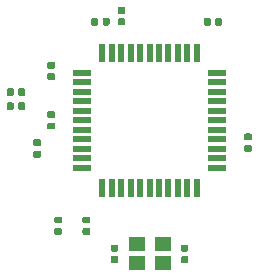
<source format=gtp>
G04 #@! TF.GenerationSoftware,KiCad,Pcbnew,(5.1.5)-3*
G04 #@! TF.CreationDate,2020-07-04T22:53:45-05:00*
G04 #@! TF.ProjectId,PikateaTPM,50696b61-7465-4615-9450-4d2e6b696361,rev?*
G04 #@! TF.SameCoordinates,Original*
G04 #@! TF.FileFunction,Paste,Top*
G04 #@! TF.FilePolarity,Positive*
%FSLAX46Y46*%
G04 Gerber Fmt 4.6, Leading zero omitted, Abs format (unit mm)*
G04 Created by KiCad (PCBNEW (5.1.5)-3) date 2020-07-04 22:53:45*
%MOMM*%
%LPD*%
G04 APERTURE LIST*
%ADD10R,1.400000X1.200000*%
%ADD11C,0.100000*%
%ADD12R,1.500000X0.550000*%
%ADD13R,0.550000X1.500000*%
G04 APERTURE END LIST*
D10*
X141593868Y-124625104D03*
X139393868Y-124625104D03*
X139393868Y-123025104D03*
X141593868Y-123025104D03*
D11*
G36*
X128859879Y-109813615D02*
G01*
X128874197Y-109815739D01*
X128888238Y-109819256D01*
X128901867Y-109824133D01*
X128914952Y-109830322D01*
X128927368Y-109837763D01*
X128938994Y-109846386D01*
X128949719Y-109856107D01*
X128959440Y-109866832D01*
X128968063Y-109878458D01*
X128975504Y-109890874D01*
X128981693Y-109903959D01*
X128986570Y-109917588D01*
X128990087Y-109931629D01*
X128992211Y-109945947D01*
X128992921Y-109960405D01*
X128992921Y-110305405D01*
X128992211Y-110319863D01*
X128990087Y-110334181D01*
X128986570Y-110348222D01*
X128981693Y-110361851D01*
X128975504Y-110374936D01*
X128968063Y-110387352D01*
X128959440Y-110398978D01*
X128949719Y-110409703D01*
X128938994Y-110419424D01*
X128927368Y-110428047D01*
X128914952Y-110435488D01*
X128901867Y-110441677D01*
X128888238Y-110446554D01*
X128874197Y-110450071D01*
X128859879Y-110452195D01*
X128845421Y-110452905D01*
X128550421Y-110452905D01*
X128535963Y-110452195D01*
X128521645Y-110450071D01*
X128507604Y-110446554D01*
X128493975Y-110441677D01*
X128480890Y-110435488D01*
X128468474Y-110428047D01*
X128456848Y-110419424D01*
X128446123Y-110409703D01*
X128436402Y-110398978D01*
X128427779Y-110387352D01*
X128420338Y-110374936D01*
X128414149Y-110361851D01*
X128409272Y-110348222D01*
X128405755Y-110334181D01*
X128403631Y-110319863D01*
X128402921Y-110305405D01*
X128402921Y-109960405D01*
X128403631Y-109945947D01*
X128405755Y-109931629D01*
X128409272Y-109917588D01*
X128414149Y-109903959D01*
X128420338Y-109890874D01*
X128427779Y-109878458D01*
X128436402Y-109866832D01*
X128446123Y-109856107D01*
X128456848Y-109846386D01*
X128468474Y-109837763D01*
X128480890Y-109830322D01*
X128493975Y-109824133D01*
X128507604Y-109819256D01*
X128521645Y-109815739D01*
X128535963Y-109813615D01*
X128550421Y-109812905D01*
X128845421Y-109812905D01*
X128859879Y-109813615D01*
G37*
G36*
X129829879Y-109813615D02*
G01*
X129844197Y-109815739D01*
X129858238Y-109819256D01*
X129871867Y-109824133D01*
X129884952Y-109830322D01*
X129897368Y-109837763D01*
X129908994Y-109846386D01*
X129919719Y-109856107D01*
X129929440Y-109866832D01*
X129938063Y-109878458D01*
X129945504Y-109890874D01*
X129951693Y-109903959D01*
X129956570Y-109917588D01*
X129960087Y-109931629D01*
X129962211Y-109945947D01*
X129962921Y-109960405D01*
X129962921Y-110305405D01*
X129962211Y-110319863D01*
X129960087Y-110334181D01*
X129956570Y-110348222D01*
X129951693Y-110361851D01*
X129945504Y-110374936D01*
X129938063Y-110387352D01*
X129929440Y-110398978D01*
X129919719Y-110409703D01*
X129908994Y-110419424D01*
X129897368Y-110428047D01*
X129884952Y-110435488D01*
X129871867Y-110441677D01*
X129858238Y-110446554D01*
X129844197Y-110450071D01*
X129829879Y-110452195D01*
X129815421Y-110452905D01*
X129520421Y-110452905D01*
X129505963Y-110452195D01*
X129491645Y-110450071D01*
X129477604Y-110446554D01*
X129463975Y-110441677D01*
X129450890Y-110435488D01*
X129438474Y-110428047D01*
X129426848Y-110419424D01*
X129416123Y-110409703D01*
X129406402Y-110398978D01*
X129397779Y-110387352D01*
X129390338Y-110374936D01*
X129384149Y-110361851D01*
X129379272Y-110348222D01*
X129375755Y-110334181D01*
X129373631Y-110319863D01*
X129372921Y-110305405D01*
X129372921Y-109960405D01*
X129373631Y-109945947D01*
X129375755Y-109931629D01*
X129379272Y-109917588D01*
X129384149Y-109903959D01*
X129390338Y-109890874D01*
X129397779Y-109878458D01*
X129406402Y-109866832D01*
X129416123Y-109856107D01*
X129426848Y-109846386D01*
X129438474Y-109837763D01*
X129450890Y-109830322D01*
X129463975Y-109824133D01*
X129477604Y-109819256D01*
X129491645Y-109815739D01*
X129505963Y-109813615D01*
X129520421Y-109812905D01*
X129815421Y-109812905D01*
X129829879Y-109813615D01*
G37*
G36*
X128859879Y-111004241D02*
G01*
X128874197Y-111006365D01*
X128888238Y-111009882D01*
X128901867Y-111014759D01*
X128914952Y-111020948D01*
X128927368Y-111028389D01*
X128938994Y-111037012D01*
X128949719Y-111046733D01*
X128959440Y-111057458D01*
X128968063Y-111069084D01*
X128975504Y-111081500D01*
X128981693Y-111094585D01*
X128986570Y-111108214D01*
X128990087Y-111122255D01*
X128992211Y-111136573D01*
X128992921Y-111151031D01*
X128992921Y-111496031D01*
X128992211Y-111510489D01*
X128990087Y-111524807D01*
X128986570Y-111538848D01*
X128981693Y-111552477D01*
X128975504Y-111565562D01*
X128968063Y-111577978D01*
X128959440Y-111589604D01*
X128949719Y-111600329D01*
X128938994Y-111610050D01*
X128927368Y-111618673D01*
X128914952Y-111626114D01*
X128901867Y-111632303D01*
X128888238Y-111637180D01*
X128874197Y-111640697D01*
X128859879Y-111642821D01*
X128845421Y-111643531D01*
X128550421Y-111643531D01*
X128535963Y-111642821D01*
X128521645Y-111640697D01*
X128507604Y-111637180D01*
X128493975Y-111632303D01*
X128480890Y-111626114D01*
X128468474Y-111618673D01*
X128456848Y-111610050D01*
X128446123Y-111600329D01*
X128436402Y-111589604D01*
X128427779Y-111577978D01*
X128420338Y-111565562D01*
X128414149Y-111552477D01*
X128409272Y-111538848D01*
X128405755Y-111524807D01*
X128403631Y-111510489D01*
X128402921Y-111496031D01*
X128402921Y-111151031D01*
X128403631Y-111136573D01*
X128405755Y-111122255D01*
X128409272Y-111108214D01*
X128414149Y-111094585D01*
X128420338Y-111081500D01*
X128427779Y-111069084D01*
X128436402Y-111057458D01*
X128446123Y-111046733D01*
X128456848Y-111037012D01*
X128468474Y-111028389D01*
X128480890Y-111020948D01*
X128493975Y-111014759D01*
X128507604Y-111009882D01*
X128521645Y-111006365D01*
X128535963Y-111004241D01*
X128550421Y-111003531D01*
X128845421Y-111003531D01*
X128859879Y-111004241D01*
G37*
G36*
X129829879Y-111004241D02*
G01*
X129844197Y-111006365D01*
X129858238Y-111009882D01*
X129871867Y-111014759D01*
X129884952Y-111020948D01*
X129897368Y-111028389D01*
X129908994Y-111037012D01*
X129919719Y-111046733D01*
X129929440Y-111057458D01*
X129938063Y-111069084D01*
X129945504Y-111081500D01*
X129951693Y-111094585D01*
X129956570Y-111108214D01*
X129960087Y-111122255D01*
X129962211Y-111136573D01*
X129962921Y-111151031D01*
X129962921Y-111496031D01*
X129962211Y-111510489D01*
X129960087Y-111524807D01*
X129956570Y-111538848D01*
X129951693Y-111552477D01*
X129945504Y-111565562D01*
X129938063Y-111577978D01*
X129929440Y-111589604D01*
X129919719Y-111600329D01*
X129908994Y-111610050D01*
X129897368Y-111618673D01*
X129884952Y-111626114D01*
X129871867Y-111632303D01*
X129858238Y-111637180D01*
X129844197Y-111640697D01*
X129829879Y-111642821D01*
X129815421Y-111643531D01*
X129520421Y-111643531D01*
X129505963Y-111642821D01*
X129491645Y-111640697D01*
X129477604Y-111637180D01*
X129463975Y-111632303D01*
X129450890Y-111626114D01*
X129438474Y-111618673D01*
X129426848Y-111610050D01*
X129416123Y-111600329D01*
X129406402Y-111589604D01*
X129397779Y-111577978D01*
X129390338Y-111565562D01*
X129384149Y-111552477D01*
X129379272Y-111538848D01*
X129375755Y-111524807D01*
X129373631Y-111510489D01*
X129372921Y-111496031D01*
X129372921Y-111151031D01*
X129373631Y-111136573D01*
X129375755Y-111122255D01*
X129379272Y-111108214D01*
X129384149Y-111094585D01*
X129390338Y-111081500D01*
X129397779Y-111069084D01*
X129406402Y-111057458D01*
X129416123Y-111046733D01*
X129426848Y-111037012D01*
X129438474Y-111028389D01*
X129450890Y-111020948D01*
X129463975Y-111014759D01*
X129477604Y-111009882D01*
X129491645Y-111006365D01*
X129505963Y-111004241D01*
X129520421Y-111003531D01*
X129815421Y-111003531D01*
X129829879Y-111004241D01*
G37*
G36*
X132941757Y-121634562D02*
G01*
X132956075Y-121636686D01*
X132970116Y-121640203D01*
X132983745Y-121645080D01*
X132996830Y-121651269D01*
X133009246Y-121658710D01*
X133020872Y-121667333D01*
X133031597Y-121677054D01*
X133041318Y-121687779D01*
X133049941Y-121699405D01*
X133057382Y-121711821D01*
X133063571Y-121724906D01*
X133068448Y-121738535D01*
X133071965Y-121752576D01*
X133074089Y-121766894D01*
X133074799Y-121781352D01*
X133074799Y-122076352D01*
X133074089Y-122090810D01*
X133071965Y-122105128D01*
X133068448Y-122119169D01*
X133063571Y-122132798D01*
X133057382Y-122145883D01*
X133049941Y-122158299D01*
X133041318Y-122169925D01*
X133031597Y-122180650D01*
X133020872Y-122190371D01*
X133009246Y-122198994D01*
X132996830Y-122206435D01*
X132983745Y-122212624D01*
X132970116Y-122217501D01*
X132956075Y-122221018D01*
X132941757Y-122223142D01*
X132927299Y-122223852D01*
X132582299Y-122223852D01*
X132567841Y-122223142D01*
X132553523Y-122221018D01*
X132539482Y-122217501D01*
X132525853Y-122212624D01*
X132512768Y-122206435D01*
X132500352Y-122198994D01*
X132488726Y-122190371D01*
X132478001Y-122180650D01*
X132468280Y-122169925D01*
X132459657Y-122158299D01*
X132452216Y-122145883D01*
X132446027Y-122132798D01*
X132441150Y-122119169D01*
X132437633Y-122105128D01*
X132435509Y-122090810D01*
X132434799Y-122076352D01*
X132434799Y-121781352D01*
X132435509Y-121766894D01*
X132437633Y-121752576D01*
X132441150Y-121738535D01*
X132446027Y-121724906D01*
X132452216Y-121711821D01*
X132459657Y-121699405D01*
X132468280Y-121687779D01*
X132478001Y-121677054D01*
X132488726Y-121667333D01*
X132500352Y-121658710D01*
X132512768Y-121651269D01*
X132525853Y-121645080D01*
X132539482Y-121640203D01*
X132553523Y-121636686D01*
X132567841Y-121634562D01*
X132582299Y-121633852D01*
X132927299Y-121633852D01*
X132941757Y-121634562D01*
G37*
G36*
X132941757Y-120664562D02*
G01*
X132956075Y-120666686D01*
X132970116Y-120670203D01*
X132983745Y-120675080D01*
X132996830Y-120681269D01*
X133009246Y-120688710D01*
X133020872Y-120697333D01*
X133031597Y-120707054D01*
X133041318Y-120717779D01*
X133049941Y-120729405D01*
X133057382Y-120741821D01*
X133063571Y-120754906D01*
X133068448Y-120768535D01*
X133071965Y-120782576D01*
X133074089Y-120796894D01*
X133074799Y-120811352D01*
X133074799Y-121106352D01*
X133074089Y-121120810D01*
X133071965Y-121135128D01*
X133068448Y-121149169D01*
X133063571Y-121162798D01*
X133057382Y-121175883D01*
X133049941Y-121188299D01*
X133041318Y-121199925D01*
X133031597Y-121210650D01*
X133020872Y-121220371D01*
X133009246Y-121228994D01*
X132996830Y-121236435D01*
X132983745Y-121242624D01*
X132970116Y-121247501D01*
X132956075Y-121251018D01*
X132941757Y-121253142D01*
X132927299Y-121253852D01*
X132582299Y-121253852D01*
X132567841Y-121253142D01*
X132553523Y-121251018D01*
X132539482Y-121247501D01*
X132525853Y-121242624D01*
X132512768Y-121236435D01*
X132500352Y-121228994D01*
X132488726Y-121220371D01*
X132478001Y-121210650D01*
X132468280Y-121199925D01*
X132459657Y-121188299D01*
X132452216Y-121175883D01*
X132446027Y-121162798D01*
X132441150Y-121149169D01*
X132437633Y-121135128D01*
X132435509Y-121120810D01*
X132434799Y-121106352D01*
X132434799Y-120811352D01*
X132435509Y-120796894D01*
X132437633Y-120782576D01*
X132441150Y-120768535D01*
X132446027Y-120754906D01*
X132452216Y-120741821D01*
X132459657Y-120729405D01*
X132468280Y-120717779D01*
X132478001Y-120707054D01*
X132488726Y-120697333D01*
X132500352Y-120688710D01*
X132512768Y-120681269D01*
X132525853Y-120675080D01*
X132539482Y-120670203D01*
X132553523Y-120666686D01*
X132567841Y-120664562D01*
X132582299Y-120663852D01*
X132927299Y-120663852D01*
X132941757Y-120664562D01*
G37*
G36*
X138299574Y-102915485D02*
G01*
X138313892Y-102917609D01*
X138327933Y-102921126D01*
X138341562Y-102926003D01*
X138354647Y-102932192D01*
X138367063Y-102939633D01*
X138378689Y-102948256D01*
X138389414Y-102957977D01*
X138399135Y-102968702D01*
X138407758Y-102980328D01*
X138415199Y-102992744D01*
X138421388Y-103005829D01*
X138426265Y-103019458D01*
X138429782Y-103033499D01*
X138431906Y-103047817D01*
X138432616Y-103062275D01*
X138432616Y-103357275D01*
X138431906Y-103371733D01*
X138429782Y-103386051D01*
X138426265Y-103400092D01*
X138421388Y-103413721D01*
X138415199Y-103426806D01*
X138407758Y-103439222D01*
X138399135Y-103450848D01*
X138389414Y-103461573D01*
X138378689Y-103471294D01*
X138367063Y-103479917D01*
X138354647Y-103487358D01*
X138341562Y-103493547D01*
X138327933Y-103498424D01*
X138313892Y-103501941D01*
X138299574Y-103504065D01*
X138285116Y-103504775D01*
X137940116Y-103504775D01*
X137925658Y-103504065D01*
X137911340Y-103501941D01*
X137897299Y-103498424D01*
X137883670Y-103493547D01*
X137870585Y-103487358D01*
X137858169Y-103479917D01*
X137846543Y-103471294D01*
X137835818Y-103461573D01*
X137826097Y-103450848D01*
X137817474Y-103439222D01*
X137810033Y-103426806D01*
X137803844Y-103413721D01*
X137798967Y-103400092D01*
X137795450Y-103386051D01*
X137793326Y-103371733D01*
X137792616Y-103357275D01*
X137792616Y-103062275D01*
X137793326Y-103047817D01*
X137795450Y-103033499D01*
X137798967Y-103019458D01*
X137803844Y-103005829D01*
X137810033Y-102992744D01*
X137817474Y-102980328D01*
X137826097Y-102968702D01*
X137835818Y-102957977D01*
X137846543Y-102948256D01*
X137858169Y-102939633D01*
X137870585Y-102932192D01*
X137883670Y-102926003D01*
X137897299Y-102921126D01*
X137911340Y-102917609D01*
X137925658Y-102915485D01*
X137940116Y-102914775D01*
X138285116Y-102914775D01*
X138299574Y-102915485D01*
G37*
G36*
X138299574Y-103885485D02*
G01*
X138313892Y-103887609D01*
X138327933Y-103891126D01*
X138341562Y-103896003D01*
X138354647Y-103902192D01*
X138367063Y-103909633D01*
X138378689Y-103918256D01*
X138389414Y-103927977D01*
X138399135Y-103938702D01*
X138407758Y-103950328D01*
X138415199Y-103962744D01*
X138421388Y-103975829D01*
X138426265Y-103989458D01*
X138429782Y-104003499D01*
X138431906Y-104017817D01*
X138432616Y-104032275D01*
X138432616Y-104327275D01*
X138431906Y-104341733D01*
X138429782Y-104356051D01*
X138426265Y-104370092D01*
X138421388Y-104383721D01*
X138415199Y-104396806D01*
X138407758Y-104409222D01*
X138399135Y-104420848D01*
X138389414Y-104431573D01*
X138378689Y-104441294D01*
X138367063Y-104449917D01*
X138354647Y-104457358D01*
X138341562Y-104463547D01*
X138327933Y-104468424D01*
X138313892Y-104471941D01*
X138299574Y-104474065D01*
X138285116Y-104474775D01*
X137940116Y-104474775D01*
X137925658Y-104474065D01*
X137911340Y-104471941D01*
X137897299Y-104468424D01*
X137883670Y-104463547D01*
X137870585Y-104457358D01*
X137858169Y-104449917D01*
X137846543Y-104441294D01*
X137835818Y-104431573D01*
X137826097Y-104420848D01*
X137817474Y-104409222D01*
X137810033Y-104396806D01*
X137803844Y-104383721D01*
X137798967Y-104370092D01*
X137795450Y-104356051D01*
X137793326Y-104341733D01*
X137792616Y-104327275D01*
X137792616Y-104032275D01*
X137793326Y-104017817D01*
X137795450Y-104003499D01*
X137798967Y-103989458D01*
X137803844Y-103975829D01*
X137810033Y-103962744D01*
X137817474Y-103950328D01*
X137826097Y-103938702D01*
X137835818Y-103927977D01*
X137846543Y-103918256D01*
X137858169Y-103909633D01*
X137870585Y-103902192D01*
X137883670Y-103896003D01*
X137897299Y-103891126D01*
X137911340Y-103887609D01*
X137925658Y-103885485D01*
X137940116Y-103884775D01*
X138285116Y-103884775D01*
X138299574Y-103885485D01*
G37*
G36*
X132346444Y-111734867D02*
G01*
X132360762Y-111736991D01*
X132374803Y-111740508D01*
X132388432Y-111745385D01*
X132401517Y-111751574D01*
X132413933Y-111759015D01*
X132425559Y-111767638D01*
X132436284Y-111777359D01*
X132446005Y-111788084D01*
X132454628Y-111799710D01*
X132462069Y-111812126D01*
X132468258Y-111825211D01*
X132473135Y-111838840D01*
X132476652Y-111852881D01*
X132478776Y-111867199D01*
X132479486Y-111881657D01*
X132479486Y-112176657D01*
X132478776Y-112191115D01*
X132476652Y-112205433D01*
X132473135Y-112219474D01*
X132468258Y-112233103D01*
X132462069Y-112246188D01*
X132454628Y-112258604D01*
X132446005Y-112270230D01*
X132436284Y-112280955D01*
X132425559Y-112290676D01*
X132413933Y-112299299D01*
X132401517Y-112306740D01*
X132388432Y-112312929D01*
X132374803Y-112317806D01*
X132360762Y-112321323D01*
X132346444Y-112323447D01*
X132331986Y-112324157D01*
X131986986Y-112324157D01*
X131972528Y-112323447D01*
X131958210Y-112321323D01*
X131944169Y-112317806D01*
X131930540Y-112312929D01*
X131917455Y-112306740D01*
X131905039Y-112299299D01*
X131893413Y-112290676D01*
X131882688Y-112280955D01*
X131872967Y-112270230D01*
X131864344Y-112258604D01*
X131856903Y-112246188D01*
X131850714Y-112233103D01*
X131845837Y-112219474D01*
X131842320Y-112205433D01*
X131840196Y-112191115D01*
X131839486Y-112176657D01*
X131839486Y-111881657D01*
X131840196Y-111867199D01*
X131842320Y-111852881D01*
X131845837Y-111838840D01*
X131850714Y-111825211D01*
X131856903Y-111812126D01*
X131864344Y-111799710D01*
X131872967Y-111788084D01*
X131882688Y-111777359D01*
X131893413Y-111767638D01*
X131905039Y-111759015D01*
X131917455Y-111751574D01*
X131930540Y-111745385D01*
X131944169Y-111740508D01*
X131958210Y-111736991D01*
X131972528Y-111734867D01*
X131986986Y-111734157D01*
X132331986Y-111734157D01*
X132346444Y-111734867D01*
G37*
G36*
X132346444Y-112704867D02*
G01*
X132360762Y-112706991D01*
X132374803Y-112710508D01*
X132388432Y-112715385D01*
X132401517Y-112721574D01*
X132413933Y-112729015D01*
X132425559Y-112737638D01*
X132436284Y-112747359D01*
X132446005Y-112758084D01*
X132454628Y-112769710D01*
X132462069Y-112782126D01*
X132468258Y-112795211D01*
X132473135Y-112808840D01*
X132476652Y-112822881D01*
X132478776Y-112837199D01*
X132479486Y-112851657D01*
X132479486Y-113146657D01*
X132478776Y-113161115D01*
X132476652Y-113175433D01*
X132473135Y-113189474D01*
X132468258Y-113203103D01*
X132462069Y-113216188D01*
X132454628Y-113228604D01*
X132446005Y-113240230D01*
X132436284Y-113250955D01*
X132425559Y-113260676D01*
X132413933Y-113269299D01*
X132401517Y-113276740D01*
X132388432Y-113282929D01*
X132374803Y-113287806D01*
X132360762Y-113291323D01*
X132346444Y-113293447D01*
X132331986Y-113294157D01*
X131986986Y-113294157D01*
X131972528Y-113293447D01*
X131958210Y-113291323D01*
X131944169Y-113287806D01*
X131930540Y-113282929D01*
X131917455Y-113276740D01*
X131905039Y-113269299D01*
X131893413Y-113260676D01*
X131882688Y-113250955D01*
X131872967Y-113240230D01*
X131864344Y-113228604D01*
X131856903Y-113216188D01*
X131850714Y-113203103D01*
X131845837Y-113189474D01*
X131842320Y-113175433D01*
X131840196Y-113161115D01*
X131839486Y-113146657D01*
X131839486Y-112851657D01*
X131840196Y-112837199D01*
X131842320Y-112822881D01*
X131845837Y-112808840D01*
X131850714Y-112795211D01*
X131856903Y-112782126D01*
X131864344Y-112769710D01*
X131872967Y-112758084D01*
X131882688Y-112747359D01*
X131893413Y-112737638D01*
X131905039Y-112729015D01*
X131917455Y-112721574D01*
X131930540Y-112715385D01*
X131944169Y-112710508D01*
X131958210Y-112706991D01*
X131972528Y-112704867D01*
X131986986Y-112704157D01*
X132331986Y-112704157D01*
X132346444Y-112704867D01*
G37*
G36*
X137704261Y-123045814D02*
G01*
X137718579Y-123047938D01*
X137732620Y-123051455D01*
X137746249Y-123056332D01*
X137759334Y-123062521D01*
X137771750Y-123069962D01*
X137783376Y-123078585D01*
X137794101Y-123088306D01*
X137803822Y-123099031D01*
X137812445Y-123110657D01*
X137819886Y-123123073D01*
X137826075Y-123136158D01*
X137830952Y-123149787D01*
X137834469Y-123163828D01*
X137836593Y-123178146D01*
X137837303Y-123192604D01*
X137837303Y-123487604D01*
X137836593Y-123502062D01*
X137834469Y-123516380D01*
X137830952Y-123530421D01*
X137826075Y-123544050D01*
X137819886Y-123557135D01*
X137812445Y-123569551D01*
X137803822Y-123581177D01*
X137794101Y-123591902D01*
X137783376Y-123601623D01*
X137771750Y-123610246D01*
X137759334Y-123617687D01*
X137746249Y-123623876D01*
X137732620Y-123628753D01*
X137718579Y-123632270D01*
X137704261Y-123634394D01*
X137689803Y-123635104D01*
X137344803Y-123635104D01*
X137330345Y-123634394D01*
X137316027Y-123632270D01*
X137301986Y-123628753D01*
X137288357Y-123623876D01*
X137275272Y-123617687D01*
X137262856Y-123610246D01*
X137251230Y-123601623D01*
X137240505Y-123591902D01*
X137230784Y-123581177D01*
X137222161Y-123569551D01*
X137214720Y-123557135D01*
X137208531Y-123544050D01*
X137203654Y-123530421D01*
X137200137Y-123516380D01*
X137198013Y-123502062D01*
X137197303Y-123487604D01*
X137197303Y-123192604D01*
X137198013Y-123178146D01*
X137200137Y-123163828D01*
X137203654Y-123149787D01*
X137208531Y-123136158D01*
X137214720Y-123123073D01*
X137222161Y-123110657D01*
X137230784Y-123099031D01*
X137240505Y-123088306D01*
X137251230Y-123078585D01*
X137262856Y-123069962D01*
X137275272Y-123062521D01*
X137288357Y-123056332D01*
X137301986Y-123051455D01*
X137316027Y-123047938D01*
X137330345Y-123045814D01*
X137344803Y-123045104D01*
X137689803Y-123045104D01*
X137704261Y-123045814D01*
G37*
G36*
X137704261Y-124015814D02*
G01*
X137718579Y-124017938D01*
X137732620Y-124021455D01*
X137746249Y-124026332D01*
X137759334Y-124032521D01*
X137771750Y-124039962D01*
X137783376Y-124048585D01*
X137794101Y-124058306D01*
X137803822Y-124069031D01*
X137812445Y-124080657D01*
X137819886Y-124093073D01*
X137826075Y-124106158D01*
X137830952Y-124119787D01*
X137834469Y-124133828D01*
X137836593Y-124148146D01*
X137837303Y-124162604D01*
X137837303Y-124457604D01*
X137836593Y-124472062D01*
X137834469Y-124486380D01*
X137830952Y-124500421D01*
X137826075Y-124514050D01*
X137819886Y-124527135D01*
X137812445Y-124539551D01*
X137803822Y-124551177D01*
X137794101Y-124561902D01*
X137783376Y-124571623D01*
X137771750Y-124580246D01*
X137759334Y-124587687D01*
X137746249Y-124593876D01*
X137732620Y-124598753D01*
X137718579Y-124602270D01*
X137704261Y-124604394D01*
X137689803Y-124605104D01*
X137344803Y-124605104D01*
X137330345Y-124604394D01*
X137316027Y-124602270D01*
X137301986Y-124598753D01*
X137288357Y-124593876D01*
X137275272Y-124587687D01*
X137262856Y-124580246D01*
X137251230Y-124571623D01*
X137240505Y-124561902D01*
X137230784Y-124551177D01*
X137222161Y-124539551D01*
X137214720Y-124527135D01*
X137208531Y-124514050D01*
X137203654Y-124500421D01*
X137200137Y-124486380D01*
X137198013Y-124472062D01*
X137197303Y-124457604D01*
X137197303Y-124162604D01*
X137198013Y-124148146D01*
X137200137Y-124133828D01*
X137203654Y-124119787D01*
X137208531Y-124106158D01*
X137214720Y-124093073D01*
X137222161Y-124080657D01*
X137230784Y-124069031D01*
X137240505Y-124058306D01*
X137251230Y-124048585D01*
X137262856Y-124039962D01*
X137275272Y-124032521D01*
X137288357Y-124026332D01*
X137301986Y-124021455D01*
X137316027Y-124017938D01*
X137330345Y-124015814D01*
X137344803Y-124015104D01*
X137689803Y-124015104D01*
X137704261Y-124015814D01*
G37*
G36*
X143657391Y-124015814D02*
G01*
X143671709Y-124017938D01*
X143685750Y-124021455D01*
X143699379Y-124026332D01*
X143712464Y-124032521D01*
X143724880Y-124039962D01*
X143736506Y-124048585D01*
X143747231Y-124058306D01*
X143756952Y-124069031D01*
X143765575Y-124080657D01*
X143773016Y-124093073D01*
X143779205Y-124106158D01*
X143784082Y-124119787D01*
X143787599Y-124133828D01*
X143789723Y-124148146D01*
X143790433Y-124162604D01*
X143790433Y-124457604D01*
X143789723Y-124472062D01*
X143787599Y-124486380D01*
X143784082Y-124500421D01*
X143779205Y-124514050D01*
X143773016Y-124527135D01*
X143765575Y-124539551D01*
X143756952Y-124551177D01*
X143747231Y-124561902D01*
X143736506Y-124571623D01*
X143724880Y-124580246D01*
X143712464Y-124587687D01*
X143699379Y-124593876D01*
X143685750Y-124598753D01*
X143671709Y-124602270D01*
X143657391Y-124604394D01*
X143642933Y-124605104D01*
X143297933Y-124605104D01*
X143283475Y-124604394D01*
X143269157Y-124602270D01*
X143255116Y-124598753D01*
X143241487Y-124593876D01*
X143228402Y-124587687D01*
X143215986Y-124580246D01*
X143204360Y-124571623D01*
X143193635Y-124561902D01*
X143183914Y-124551177D01*
X143175291Y-124539551D01*
X143167850Y-124527135D01*
X143161661Y-124514050D01*
X143156784Y-124500421D01*
X143153267Y-124486380D01*
X143151143Y-124472062D01*
X143150433Y-124457604D01*
X143150433Y-124162604D01*
X143151143Y-124148146D01*
X143153267Y-124133828D01*
X143156784Y-124119787D01*
X143161661Y-124106158D01*
X143167850Y-124093073D01*
X143175291Y-124080657D01*
X143183914Y-124069031D01*
X143193635Y-124058306D01*
X143204360Y-124048585D01*
X143215986Y-124039962D01*
X143228402Y-124032521D01*
X143241487Y-124026332D01*
X143255116Y-124021455D01*
X143269157Y-124017938D01*
X143283475Y-124015814D01*
X143297933Y-124015104D01*
X143642933Y-124015104D01*
X143657391Y-124015814D01*
G37*
G36*
X143657391Y-123045814D02*
G01*
X143671709Y-123047938D01*
X143685750Y-123051455D01*
X143699379Y-123056332D01*
X143712464Y-123062521D01*
X143724880Y-123069962D01*
X143736506Y-123078585D01*
X143747231Y-123088306D01*
X143756952Y-123099031D01*
X143765575Y-123110657D01*
X143773016Y-123123073D01*
X143779205Y-123136158D01*
X143784082Y-123149787D01*
X143787599Y-123163828D01*
X143789723Y-123178146D01*
X143790433Y-123192604D01*
X143790433Y-123487604D01*
X143789723Y-123502062D01*
X143787599Y-123516380D01*
X143784082Y-123530421D01*
X143779205Y-123544050D01*
X143773016Y-123557135D01*
X143765575Y-123569551D01*
X143756952Y-123581177D01*
X143747231Y-123591902D01*
X143736506Y-123601623D01*
X143724880Y-123610246D01*
X143712464Y-123617687D01*
X143699379Y-123623876D01*
X143685750Y-123628753D01*
X143671709Y-123632270D01*
X143657391Y-123634394D01*
X143642933Y-123635104D01*
X143297933Y-123635104D01*
X143283475Y-123634394D01*
X143269157Y-123632270D01*
X143255116Y-123628753D01*
X143241487Y-123623876D01*
X143228402Y-123617687D01*
X143215986Y-123610246D01*
X143204360Y-123601623D01*
X143193635Y-123591902D01*
X143183914Y-123581177D01*
X143175291Y-123569551D01*
X143167850Y-123557135D01*
X143161661Y-123544050D01*
X143156784Y-123530421D01*
X143153267Y-123516380D01*
X143151143Y-123502062D01*
X143150433Y-123487604D01*
X143150433Y-123192604D01*
X143151143Y-123178146D01*
X143153267Y-123163828D01*
X143156784Y-123149787D01*
X143161661Y-123136158D01*
X143167850Y-123123073D01*
X143175291Y-123110657D01*
X143183914Y-123099031D01*
X143193635Y-123088306D01*
X143204360Y-123078585D01*
X143215986Y-123069962D01*
X143228402Y-123062521D01*
X143241487Y-123056332D01*
X143255116Y-123051455D01*
X143269157Y-123047938D01*
X143283475Y-123045814D01*
X143297933Y-123045104D01*
X143642933Y-123045104D01*
X143657391Y-123045814D01*
G37*
G36*
X131155818Y-115086119D02*
G01*
X131170136Y-115088243D01*
X131184177Y-115091760D01*
X131197806Y-115096637D01*
X131210891Y-115102826D01*
X131223307Y-115110267D01*
X131234933Y-115118890D01*
X131245658Y-115128611D01*
X131255379Y-115139336D01*
X131264002Y-115150962D01*
X131271443Y-115163378D01*
X131277632Y-115176463D01*
X131282509Y-115190092D01*
X131286026Y-115204133D01*
X131288150Y-115218451D01*
X131288860Y-115232909D01*
X131288860Y-115527909D01*
X131288150Y-115542367D01*
X131286026Y-115556685D01*
X131282509Y-115570726D01*
X131277632Y-115584355D01*
X131271443Y-115597440D01*
X131264002Y-115609856D01*
X131255379Y-115621482D01*
X131245658Y-115632207D01*
X131234933Y-115641928D01*
X131223307Y-115650551D01*
X131210891Y-115657992D01*
X131197806Y-115664181D01*
X131184177Y-115669058D01*
X131170136Y-115672575D01*
X131155818Y-115674699D01*
X131141360Y-115675409D01*
X130796360Y-115675409D01*
X130781902Y-115674699D01*
X130767584Y-115672575D01*
X130753543Y-115669058D01*
X130739914Y-115664181D01*
X130726829Y-115657992D01*
X130714413Y-115650551D01*
X130702787Y-115641928D01*
X130692062Y-115632207D01*
X130682341Y-115621482D01*
X130673718Y-115609856D01*
X130666277Y-115597440D01*
X130660088Y-115584355D01*
X130655211Y-115570726D01*
X130651694Y-115556685D01*
X130649570Y-115542367D01*
X130648860Y-115527909D01*
X130648860Y-115232909D01*
X130649570Y-115218451D01*
X130651694Y-115204133D01*
X130655211Y-115190092D01*
X130660088Y-115176463D01*
X130666277Y-115163378D01*
X130673718Y-115150962D01*
X130682341Y-115139336D01*
X130692062Y-115128611D01*
X130702787Y-115118890D01*
X130714413Y-115110267D01*
X130726829Y-115102826D01*
X130739914Y-115096637D01*
X130753543Y-115091760D01*
X130767584Y-115088243D01*
X130781902Y-115086119D01*
X130796360Y-115085409D01*
X131141360Y-115085409D01*
X131155818Y-115086119D01*
G37*
G36*
X131155818Y-114116119D02*
G01*
X131170136Y-114118243D01*
X131184177Y-114121760D01*
X131197806Y-114126637D01*
X131210891Y-114132826D01*
X131223307Y-114140267D01*
X131234933Y-114148890D01*
X131245658Y-114158611D01*
X131255379Y-114169336D01*
X131264002Y-114180962D01*
X131271443Y-114193378D01*
X131277632Y-114206463D01*
X131282509Y-114220092D01*
X131286026Y-114234133D01*
X131288150Y-114248451D01*
X131288860Y-114262909D01*
X131288860Y-114557909D01*
X131288150Y-114572367D01*
X131286026Y-114586685D01*
X131282509Y-114600726D01*
X131277632Y-114614355D01*
X131271443Y-114627440D01*
X131264002Y-114639856D01*
X131255379Y-114651482D01*
X131245658Y-114662207D01*
X131234933Y-114671928D01*
X131223307Y-114680551D01*
X131210891Y-114687992D01*
X131197806Y-114694181D01*
X131184177Y-114699058D01*
X131170136Y-114702575D01*
X131155818Y-114704699D01*
X131141360Y-114705409D01*
X130796360Y-114705409D01*
X130781902Y-114704699D01*
X130767584Y-114702575D01*
X130753543Y-114699058D01*
X130739914Y-114694181D01*
X130726829Y-114687992D01*
X130714413Y-114680551D01*
X130702787Y-114671928D01*
X130692062Y-114662207D01*
X130682341Y-114651482D01*
X130673718Y-114639856D01*
X130666277Y-114627440D01*
X130660088Y-114614355D01*
X130655211Y-114600726D01*
X130651694Y-114586685D01*
X130649570Y-114572367D01*
X130648860Y-114557909D01*
X130648860Y-114262909D01*
X130649570Y-114248451D01*
X130651694Y-114234133D01*
X130655211Y-114220092D01*
X130660088Y-114206463D01*
X130666277Y-114193378D01*
X130673718Y-114180962D01*
X130682341Y-114169336D01*
X130692062Y-114158611D01*
X130702787Y-114148890D01*
X130714413Y-114140267D01*
X130726829Y-114132826D01*
X130739914Y-114126637D01*
X130753543Y-114121760D01*
X130767584Y-114118243D01*
X130781902Y-114116119D01*
X130796360Y-114115409D01*
X131141360Y-114115409D01*
X131155818Y-114116119D01*
G37*
G36*
X132346444Y-107567676D02*
G01*
X132360762Y-107569800D01*
X132374803Y-107573317D01*
X132388432Y-107578194D01*
X132401517Y-107584383D01*
X132413933Y-107591824D01*
X132425559Y-107600447D01*
X132436284Y-107610168D01*
X132446005Y-107620893D01*
X132454628Y-107632519D01*
X132462069Y-107644935D01*
X132468258Y-107658020D01*
X132473135Y-107671649D01*
X132476652Y-107685690D01*
X132478776Y-107700008D01*
X132479486Y-107714466D01*
X132479486Y-108009466D01*
X132478776Y-108023924D01*
X132476652Y-108038242D01*
X132473135Y-108052283D01*
X132468258Y-108065912D01*
X132462069Y-108078997D01*
X132454628Y-108091413D01*
X132446005Y-108103039D01*
X132436284Y-108113764D01*
X132425559Y-108123485D01*
X132413933Y-108132108D01*
X132401517Y-108139549D01*
X132388432Y-108145738D01*
X132374803Y-108150615D01*
X132360762Y-108154132D01*
X132346444Y-108156256D01*
X132331986Y-108156966D01*
X131986986Y-108156966D01*
X131972528Y-108156256D01*
X131958210Y-108154132D01*
X131944169Y-108150615D01*
X131930540Y-108145738D01*
X131917455Y-108139549D01*
X131905039Y-108132108D01*
X131893413Y-108123485D01*
X131882688Y-108113764D01*
X131872967Y-108103039D01*
X131864344Y-108091413D01*
X131856903Y-108078997D01*
X131850714Y-108065912D01*
X131845837Y-108052283D01*
X131842320Y-108038242D01*
X131840196Y-108023924D01*
X131839486Y-108009466D01*
X131839486Y-107714466D01*
X131840196Y-107700008D01*
X131842320Y-107685690D01*
X131845837Y-107671649D01*
X131850714Y-107658020D01*
X131856903Y-107644935D01*
X131864344Y-107632519D01*
X131872967Y-107620893D01*
X131882688Y-107610168D01*
X131893413Y-107600447D01*
X131905039Y-107591824D01*
X131917455Y-107584383D01*
X131930540Y-107578194D01*
X131944169Y-107573317D01*
X131958210Y-107569800D01*
X131972528Y-107567676D01*
X131986986Y-107566966D01*
X132331986Y-107566966D01*
X132346444Y-107567676D01*
G37*
G36*
X132346444Y-108537676D02*
G01*
X132360762Y-108539800D01*
X132374803Y-108543317D01*
X132388432Y-108548194D01*
X132401517Y-108554383D01*
X132413933Y-108561824D01*
X132425559Y-108570447D01*
X132436284Y-108580168D01*
X132446005Y-108590893D01*
X132454628Y-108602519D01*
X132462069Y-108614935D01*
X132468258Y-108628020D01*
X132473135Y-108641649D01*
X132476652Y-108655690D01*
X132478776Y-108670008D01*
X132479486Y-108684466D01*
X132479486Y-108979466D01*
X132478776Y-108993924D01*
X132476652Y-109008242D01*
X132473135Y-109022283D01*
X132468258Y-109035912D01*
X132462069Y-109048997D01*
X132454628Y-109061413D01*
X132446005Y-109073039D01*
X132436284Y-109083764D01*
X132425559Y-109093485D01*
X132413933Y-109102108D01*
X132401517Y-109109549D01*
X132388432Y-109115738D01*
X132374803Y-109120615D01*
X132360762Y-109124132D01*
X132346444Y-109126256D01*
X132331986Y-109126966D01*
X131986986Y-109126966D01*
X131972528Y-109126256D01*
X131958210Y-109124132D01*
X131944169Y-109120615D01*
X131930540Y-109115738D01*
X131917455Y-109109549D01*
X131905039Y-109102108D01*
X131893413Y-109093485D01*
X131882688Y-109083764D01*
X131872967Y-109073039D01*
X131864344Y-109061413D01*
X131856903Y-109048997D01*
X131850714Y-109035912D01*
X131845837Y-109022283D01*
X131842320Y-109008242D01*
X131840196Y-108993924D01*
X131839486Y-108979466D01*
X131839486Y-108684466D01*
X131840196Y-108670008D01*
X131842320Y-108655690D01*
X131845837Y-108641649D01*
X131850714Y-108628020D01*
X131856903Y-108614935D01*
X131864344Y-108602519D01*
X131872967Y-108590893D01*
X131882688Y-108580168D01*
X131893413Y-108570447D01*
X131905039Y-108561824D01*
X131917455Y-108554383D01*
X131930540Y-108548194D01*
X131944169Y-108543317D01*
X131958210Y-108539800D01*
X131972528Y-108537676D01*
X131986986Y-108536966D01*
X132331986Y-108536966D01*
X132346444Y-108537676D01*
G37*
G36*
X136973635Y-103860485D02*
G01*
X136987953Y-103862609D01*
X137001994Y-103866126D01*
X137015623Y-103871003D01*
X137028708Y-103877192D01*
X137041124Y-103884633D01*
X137052750Y-103893256D01*
X137063475Y-103902977D01*
X137073196Y-103913702D01*
X137081819Y-103925328D01*
X137089260Y-103937744D01*
X137095449Y-103950829D01*
X137100326Y-103964458D01*
X137103843Y-103978499D01*
X137105967Y-103992817D01*
X137106677Y-104007275D01*
X137106677Y-104352275D01*
X137105967Y-104366733D01*
X137103843Y-104381051D01*
X137100326Y-104395092D01*
X137095449Y-104408721D01*
X137089260Y-104421806D01*
X137081819Y-104434222D01*
X137073196Y-104445848D01*
X137063475Y-104456573D01*
X137052750Y-104466294D01*
X137041124Y-104474917D01*
X137028708Y-104482358D01*
X137015623Y-104488547D01*
X137001994Y-104493424D01*
X136987953Y-104496941D01*
X136973635Y-104499065D01*
X136959177Y-104499775D01*
X136664177Y-104499775D01*
X136649719Y-104499065D01*
X136635401Y-104496941D01*
X136621360Y-104493424D01*
X136607731Y-104488547D01*
X136594646Y-104482358D01*
X136582230Y-104474917D01*
X136570604Y-104466294D01*
X136559879Y-104456573D01*
X136550158Y-104445848D01*
X136541535Y-104434222D01*
X136534094Y-104421806D01*
X136527905Y-104408721D01*
X136523028Y-104395092D01*
X136519511Y-104381051D01*
X136517387Y-104366733D01*
X136516677Y-104352275D01*
X136516677Y-104007275D01*
X136517387Y-103992817D01*
X136519511Y-103978499D01*
X136523028Y-103964458D01*
X136527905Y-103950829D01*
X136534094Y-103937744D01*
X136541535Y-103925328D01*
X136550158Y-103913702D01*
X136559879Y-103902977D01*
X136570604Y-103893256D01*
X136582230Y-103884633D01*
X136594646Y-103877192D01*
X136607731Y-103871003D01*
X136621360Y-103866126D01*
X136635401Y-103862609D01*
X136649719Y-103860485D01*
X136664177Y-103859775D01*
X136959177Y-103859775D01*
X136973635Y-103860485D01*
G37*
G36*
X136003635Y-103860485D02*
G01*
X136017953Y-103862609D01*
X136031994Y-103866126D01*
X136045623Y-103871003D01*
X136058708Y-103877192D01*
X136071124Y-103884633D01*
X136082750Y-103893256D01*
X136093475Y-103902977D01*
X136103196Y-103913702D01*
X136111819Y-103925328D01*
X136119260Y-103937744D01*
X136125449Y-103950829D01*
X136130326Y-103964458D01*
X136133843Y-103978499D01*
X136135967Y-103992817D01*
X136136677Y-104007275D01*
X136136677Y-104352275D01*
X136135967Y-104366733D01*
X136133843Y-104381051D01*
X136130326Y-104395092D01*
X136125449Y-104408721D01*
X136119260Y-104421806D01*
X136111819Y-104434222D01*
X136103196Y-104445848D01*
X136093475Y-104456573D01*
X136082750Y-104466294D01*
X136071124Y-104474917D01*
X136058708Y-104482358D01*
X136045623Y-104488547D01*
X136031994Y-104493424D01*
X136017953Y-104496941D01*
X136003635Y-104499065D01*
X135989177Y-104499775D01*
X135694177Y-104499775D01*
X135679719Y-104499065D01*
X135665401Y-104496941D01*
X135651360Y-104493424D01*
X135637731Y-104488547D01*
X135624646Y-104482358D01*
X135612230Y-104474917D01*
X135600604Y-104466294D01*
X135589879Y-104456573D01*
X135580158Y-104445848D01*
X135571535Y-104434222D01*
X135564094Y-104421806D01*
X135557905Y-104408721D01*
X135553028Y-104395092D01*
X135549511Y-104381051D01*
X135547387Y-104366733D01*
X135546677Y-104352275D01*
X135546677Y-104007275D01*
X135547387Y-103992817D01*
X135549511Y-103978499D01*
X135553028Y-103964458D01*
X135557905Y-103950829D01*
X135564094Y-103937744D01*
X135571535Y-103925328D01*
X135580158Y-103913702D01*
X135589879Y-103902977D01*
X135600604Y-103893256D01*
X135612230Y-103884633D01*
X135624646Y-103877192D01*
X135637731Y-103871003D01*
X135651360Y-103866126D01*
X135665401Y-103862609D01*
X135679719Y-103860485D01*
X135694177Y-103859775D01*
X135989177Y-103859775D01*
X136003635Y-103860485D01*
G37*
G36*
X149015208Y-114601119D02*
G01*
X149029526Y-114603243D01*
X149043567Y-114606760D01*
X149057196Y-114611637D01*
X149070281Y-114617826D01*
X149082697Y-114625267D01*
X149094323Y-114633890D01*
X149105048Y-114643611D01*
X149114769Y-114654336D01*
X149123392Y-114665962D01*
X149130833Y-114678378D01*
X149137022Y-114691463D01*
X149141899Y-114705092D01*
X149145416Y-114719133D01*
X149147540Y-114733451D01*
X149148250Y-114747909D01*
X149148250Y-115042909D01*
X149147540Y-115057367D01*
X149145416Y-115071685D01*
X149141899Y-115085726D01*
X149137022Y-115099355D01*
X149130833Y-115112440D01*
X149123392Y-115124856D01*
X149114769Y-115136482D01*
X149105048Y-115147207D01*
X149094323Y-115156928D01*
X149082697Y-115165551D01*
X149070281Y-115172992D01*
X149057196Y-115179181D01*
X149043567Y-115184058D01*
X149029526Y-115187575D01*
X149015208Y-115189699D01*
X149000750Y-115190409D01*
X148655750Y-115190409D01*
X148641292Y-115189699D01*
X148626974Y-115187575D01*
X148612933Y-115184058D01*
X148599304Y-115179181D01*
X148586219Y-115172992D01*
X148573803Y-115165551D01*
X148562177Y-115156928D01*
X148551452Y-115147207D01*
X148541731Y-115136482D01*
X148533108Y-115124856D01*
X148525667Y-115112440D01*
X148519478Y-115099355D01*
X148514601Y-115085726D01*
X148511084Y-115071685D01*
X148508960Y-115057367D01*
X148508250Y-115042909D01*
X148508250Y-114747909D01*
X148508960Y-114733451D01*
X148511084Y-114719133D01*
X148514601Y-114705092D01*
X148519478Y-114691463D01*
X148525667Y-114678378D01*
X148533108Y-114665962D01*
X148541731Y-114654336D01*
X148551452Y-114643611D01*
X148562177Y-114633890D01*
X148573803Y-114625267D01*
X148586219Y-114617826D01*
X148599304Y-114611637D01*
X148612933Y-114606760D01*
X148626974Y-114603243D01*
X148641292Y-114601119D01*
X148655750Y-114600409D01*
X149000750Y-114600409D01*
X149015208Y-114601119D01*
G37*
G36*
X149015208Y-113631119D02*
G01*
X149029526Y-113633243D01*
X149043567Y-113636760D01*
X149057196Y-113641637D01*
X149070281Y-113647826D01*
X149082697Y-113655267D01*
X149094323Y-113663890D01*
X149105048Y-113673611D01*
X149114769Y-113684336D01*
X149123392Y-113695962D01*
X149130833Y-113708378D01*
X149137022Y-113721463D01*
X149141899Y-113735092D01*
X149145416Y-113749133D01*
X149147540Y-113763451D01*
X149148250Y-113777909D01*
X149148250Y-114072909D01*
X149147540Y-114087367D01*
X149145416Y-114101685D01*
X149141899Y-114115726D01*
X149137022Y-114129355D01*
X149130833Y-114142440D01*
X149123392Y-114154856D01*
X149114769Y-114166482D01*
X149105048Y-114177207D01*
X149094323Y-114186928D01*
X149082697Y-114195551D01*
X149070281Y-114202992D01*
X149057196Y-114209181D01*
X149043567Y-114214058D01*
X149029526Y-114217575D01*
X149015208Y-114219699D01*
X149000750Y-114220409D01*
X148655750Y-114220409D01*
X148641292Y-114219699D01*
X148626974Y-114217575D01*
X148612933Y-114214058D01*
X148599304Y-114209181D01*
X148586219Y-114202992D01*
X148573803Y-114195551D01*
X148562177Y-114186928D01*
X148551452Y-114177207D01*
X148541731Y-114166482D01*
X148533108Y-114154856D01*
X148525667Y-114142440D01*
X148519478Y-114129355D01*
X148514601Y-114115726D01*
X148511084Y-114101685D01*
X148508960Y-114087367D01*
X148508250Y-114072909D01*
X148508250Y-113777909D01*
X148508960Y-113763451D01*
X148511084Y-113749133D01*
X148514601Y-113735092D01*
X148519478Y-113721463D01*
X148525667Y-113708378D01*
X148533108Y-113695962D01*
X148541731Y-113684336D01*
X148551452Y-113673611D01*
X148562177Y-113663890D01*
X148573803Y-113655267D01*
X148586219Y-113647826D01*
X148599304Y-113641637D01*
X148612933Y-113636760D01*
X148626974Y-113633243D01*
X148641292Y-113631119D01*
X148655750Y-113630409D01*
X149000750Y-113630409D01*
X149015208Y-113631119D01*
G37*
G36*
X145528643Y-103860485D02*
G01*
X145542961Y-103862609D01*
X145557002Y-103866126D01*
X145570631Y-103871003D01*
X145583716Y-103877192D01*
X145596132Y-103884633D01*
X145607758Y-103893256D01*
X145618483Y-103902977D01*
X145628204Y-103913702D01*
X145636827Y-103925328D01*
X145644268Y-103937744D01*
X145650457Y-103950829D01*
X145655334Y-103964458D01*
X145658851Y-103978499D01*
X145660975Y-103992817D01*
X145661685Y-104007275D01*
X145661685Y-104352275D01*
X145660975Y-104366733D01*
X145658851Y-104381051D01*
X145655334Y-104395092D01*
X145650457Y-104408721D01*
X145644268Y-104421806D01*
X145636827Y-104434222D01*
X145628204Y-104445848D01*
X145618483Y-104456573D01*
X145607758Y-104466294D01*
X145596132Y-104474917D01*
X145583716Y-104482358D01*
X145570631Y-104488547D01*
X145557002Y-104493424D01*
X145542961Y-104496941D01*
X145528643Y-104499065D01*
X145514185Y-104499775D01*
X145219185Y-104499775D01*
X145204727Y-104499065D01*
X145190409Y-104496941D01*
X145176368Y-104493424D01*
X145162739Y-104488547D01*
X145149654Y-104482358D01*
X145137238Y-104474917D01*
X145125612Y-104466294D01*
X145114887Y-104456573D01*
X145105166Y-104445848D01*
X145096543Y-104434222D01*
X145089102Y-104421806D01*
X145082913Y-104408721D01*
X145078036Y-104395092D01*
X145074519Y-104381051D01*
X145072395Y-104366733D01*
X145071685Y-104352275D01*
X145071685Y-104007275D01*
X145072395Y-103992817D01*
X145074519Y-103978499D01*
X145078036Y-103964458D01*
X145082913Y-103950829D01*
X145089102Y-103937744D01*
X145096543Y-103925328D01*
X145105166Y-103913702D01*
X145114887Y-103902977D01*
X145125612Y-103893256D01*
X145137238Y-103884633D01*
X145149654Y-103877192D01*
X145162739Y-103871003D01*
X145176368Y-103866126D01*
X145190409Y-103862609D01*
X145204727Y-103860485D01*
X145219185Y-103859775D01*
X145514185Y-103859775D01*
X145528643Y-103860485D01*
G37*
G36*
X146498643Y-103860485D02*
G01*
X146512961Y-103862609D01*
X146527002Y-103866126D01*
X146540631Y-103871003D01*
X146553716Y-103877192D01*
X146566132Y-103884633D01*
X146577758Y-103893256D01*
X146588483Y-103902977D01*
X146598204Y-103913702D01*
X146606827Y-103925328D01*
X146614268Y-103937744D01*
X146620457Y-103950829D01*
X146625334Y-103964458D01*
X146628851Y-103978499D01*
X146630975Y-103992817D01*
X146631685Y-104007275D01*
X146631685Y-104352275D01*
X146630975Y-104366733D01*
X146628851Y-104381051D01*
X146625334Y-104395092D01*
X146620457Y-104408721D01*
X146614268Y-104421806D01*
X146606827Y-104434222D01*
X146598204Y-104445848D01*
X146588483Y-104456573D01*
X146577758Y-104466294D01*
X146566132Y-104474917D01*
X146553716Y-104482358D01*
X146540631Y-104488547D01*
X146527002Y-104493424D01*
X146512961Y-104496941D01*
X146498643Y-104499065D01*
X146484185Y-104499775D01*
X146189185Y-104499775D01*
X146174727Y-104499065D01*
X146160409Y-104496941D01*
X146146368Y-104493424D01*
X146132739Y-104488547D01*
X146119654Y-104482358D01*
X146107238Y-104474917D01*
X146095612Y-104466294D01*
X146084887Y-104456573D01*
X146075166Y-104445848D01*
X146066543Y-104434222D01*
X146059102Y-104421806D01*
X146052913Y-104408721D01*
X146048036Y-104395092D01*
X146044519Y-104381051D01*
X146042395Y-104366733D01*
X146041685Y-104352275D01*
X146041685Y-104007275D01*
X146042395Y-103992817D01*
X146044519Y-103978499D01*
X146048036Y-103964458D01*
X146052913Y-103950829D01*
X146059102Y-103937744D01*
X146066543Y-103925328D01*
X146075166Y-103913702D01*
X146084887Y-103902977D01*
X146095612Y-103893256D01*
X146107238Y-103884633D01*
X146119654Y-103877192D01*
X146132739Y-103871003D01*
X146146368Y-103866126D01*
X146160409Y-103862609D01*
X146174727Y-103860485D01*
X146189185Y-103859775D01*
X146484185Y-103859775D01*
X146498643Y-103860485D01*
G37*
G36*
X135323009Y-121634562D02*
G01*
X135337327Y-121636686D01*
X135351368Y-121640203D01*
X135364997Y-121645080D01*
X135378082Y-121651269D01*
X135390498Y-121658710D01*
X135402124Y-121667333D01*
X135412849Y-121677054D01*
X135422570Y-121687779D01*
X135431193Y-121699405D01*
X135438634Y-121711821D01*
X135444823Y-121724906D01*
X135449700Y-121738535D01*
X135453217Y-121752576D01*
X135455341Y-121766894D01*
X135456051Y-121781352D01*
X135456051Y-122076352D01*
X135455341Y-122090810D01*
X135453217Y-122105128D01*
X135449700Y-122119169D01*
X135444823Y-122132798D01*
X135438634Y-122145883D01*
X135431193Y-122158299D01*
X135422570Y-122169925D01*
X135412849Y-122180650D01*
X135402124Y-122190371D01*
X135390498Y-122198994D01*
X135378082Y-122206435D01*
X135364997Y-122212624D01*
X135351368Y-122217501D01*
X135337327Y-122221018D01*
X135323009Y-122223142D01*
X135308551Y-122223852D01*
X134963551Y-122223852D01*
X134949093Y-122223142D01*
X134934775Y-122221018D01*
X134920734Y-122217501D01*
X134907105Y-122212624D01*
X134894020Y-122206435D01*
X134881604Y-122198994D01*
X134869978Y-122190371D01*
X134859253Y-122180650D01*
X134849532Y-122169925D01*
X134840909Y-122158299D01*
X134833468Y-122145883D01*
X134827279Y-122132798D01*
X134822402Y-122119169D01*
X134818885Y-122105128D01*
X134816761Y-122090810D01*
X134816051Y-122076352D01*
X134816051Y-121781352D01*
X134816761Y-121766894D01*
X134818885Y-121752576D01*
X134822402Y-121738535D01*
X134827279Y-121724906D01*
X134833468Y-121711821D01*
X134840909Y-121699405D01*
X134849532Y-121687779D01*
X134859253Y-121677054D01*
X134869978Y-121667333D01*
X134881604Y-121658710D01*
X134894020Y-121651269D01*
X134907105Y-121645080D01*
X134920734Y-121640203D01*
X134934775Y-121636686D01*
X134949093Y-121634562D01*
X134963551Y-121633852D01*
X135308551Y-121633852D01*
X135323009Y-121634562D01*
G37*
G36*
X135323009Y-120664562D02*
G01*
X135337327Y-120666686D01*
X135351368Y-120670203D01*
X135364997Y-120675080D01*
X135378082Y-120681269D01*
X135390498Y-120688710D01*
X135402124Y-120697333D01*
X135412849Y-120707054D01*
X135422570Y-120717779D01*
X135431193Y-120729405D01*
X135438634Y-120741821D01*
X135444823Y-120754906D01*
X135449700Y-120768535D01*
X135453217Y-120782576D01*
X135455341Y-120796894D01*
X135456051Y-120811352D01*
X135456051Y-121106352D01*
X135455341Y-121120810D01*
X135453217Y-121135128D01*
X135449700Y-121149169D01*
X135444823Y-121162798D01*
X135438634Y-121175883D01*
X135431193Y-121188299D01*
X135422570Y-121199925D01*
X135412849Y-121210650D01*
X135402124Y-121220371D01*
X135390498Y-121228994D01*
X135378082Y-121236435D01*
X135364997Y-121242624D01*
X135351368Y-121247501D01*
X135337327Y-121251018D01*
X135323009Y-121253142D01*
X135308551Y-121253852D01*
X134963551Y-121253852D01*
X134949093Y-121253142D01*
X134934775Y-121251018D01*
X134920734Y-121247501D01*
X134907105Y-121242624D01*
X134894020Y-121236435D01*
X134881604Y-121228994D01*
X134869978Y-121220371D01*
X134859253Y-121210650D01*
X134849532Y-121199925D01*
X134840909Y-121188299D01*
X134833468Y-121175883D01*
X134827279Y-121162798D01*
X134822402Y-121149169D01*
X134818885Y-121135128D01*
X134816761Y-121120810D01*
X134816051Y-121106352D01*
X134816051Y-120811352D01*
X134816761Y-120796894D01*
X134818885Y-120782576D01*
X134822402Y-120768535D01*
X134827279Y-120754906D01*
X134833468Y-120741821D01*
X134840909Y-120729405D01*
X134849532Y-120717779D01*
X134859253Y-120707054D01*
X134869978Y-120697333D01*
X134881604Y-120688710D01*
X134894020Y-120681269D01*
X134907105Y-120675080D01*
X134920734Y-120670203D01*
X134934775Y-120666686D01*
X134949093Y-120664562D01*
X134963551Y-120663852D01*
X135308551Y-120663852D01*
X135323009Y-120664562D01*
G37*
D12*
X134793868Y-108514157D03*
X134793868Y-109314157D03*
X134793868Y-110114157D03*
X134793868Y-110914157D03*
X134793868Y-111714157D03*
X134793868Y-112514157D03*
X134793868Y-113314157D03*
X134793868Y-114114157D03*
X134793868Y-114914157D03*
X134793868Y-115714157D03*
X134793868Y-116514157D03*
D13*
X136493868Y-118214157D03*
X137293868Y-118214157D03*
X138093868Y-118214157D03*
X138893868Y-118214157D03*
X139693868Y-118214157D03*
X140493868Y-118214157D03*
X141293868Y-118214157D03*
X142093868Y-118214157D03*
X142893868Y-118214157D03*
X143693868Y-118214157D03*
X144493868Y-118214157D03*
D12*
X146193868Y-116514157D03*
X146193868Y-115714157D03*
X146193868Y-114914157D03*
X146193868Y-114114157D03*
X146193868Y-113314157D03*
X146193868Y-112514157D03*
X146193868Y-111714157D03*
X146193868Y-110914157D03*
X146193868Y-110114157D03*
X146193868Y-109314157D03*
X146193868Y-108514157D03*
D13*
X144493868Y-106814157D03*
X143693868Y-106814157D03*
X142893868Y-106814157D03*
X142093868Y-106814157D03*
X141293868Y-106814157D03*
X140493868Y-106814157D03*
X139693868Y-106814157D03*
X138893868Y-106814157D03*
X138093868Y-106814157D03*
X137293868Y-106814157D03*
X136493868Y-106814157D03*
M02*

</source>
